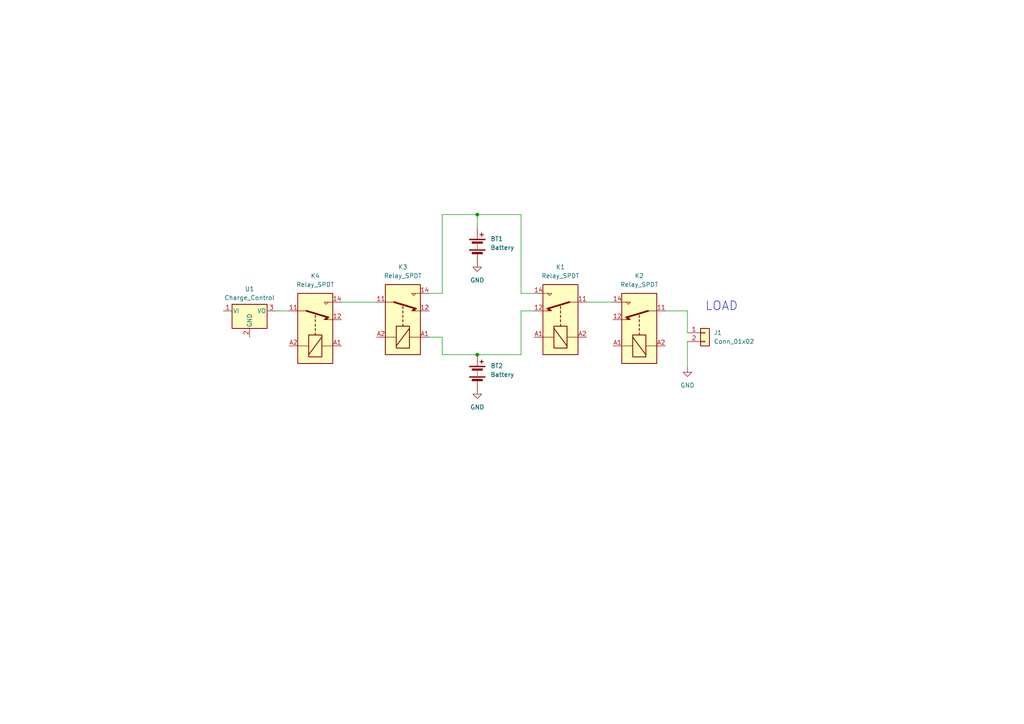
<source format=kicad_sch>
(kicad_sch (version 20231120) (generator "eeschema") (generator_version "8.0")
  (paper "A4")
  (lib_symbols
    (symbol "Connector_Generic:Conn_01x02" (pin_names (offset 1.016) hide)
      (property "Reference" "J" (at 0 2.54 0))
      (property "Value" "Conn_01x02" (at 0 -5.08 0))
      (symbol "Conn_01x02_1_1"
        (rectangle (start -1.27 -2.413) (end 0 -2.667) (stroke (width 0.1524)))
        (rectangle (start -1.27 0.127) (end 0 -0.127) (stroke (width 0.1524)))
        (rectangle (start -1.27 1.27) (end 1.27 -3.81) (stroke (width 0.254)) (fill (type background)))
        (pin passive line (at -5.08 0 0) (length 3.81) (name "Pin_1") (number "1"))
        (pin passive line (at -5.08 -2.54 0) (length 3.81) (name "Pin_2") (number "2"))
      )
    )
    (symbol "Device:Battery" (pin_numbers hide) (pin_names (offset 0) hide)
      (property "Reference" "BT" (at 2.54 2.54 0))
      (property "Value" "Battery" (at 2.54 0 0))
      (symbol "Battery_0_1"
        (rectangle (start -2.286 -1.27) (end 2.286 -1.524) (fill (type outline)))
        (rectangle (start -2.286 1.778) (end 2.286 1.524) (fill (type outline)))
        (rectangle (start -1.524 -2.032) (end 1.524 -2.54) (fill (type outline)))
        (rectangle (start -1.524 1.016) (end 1.524 0.508) (fill (type outline)))
        (polyline (pts (xy 0 -1.016) (xy 0 -0.762)))
        (polyline (pts (xy 0 -0.508) (xy 0 -0.254)))
        (polyline (pts (xy 0 0) (xy 0 0.254)))
        (polyline (pts (xy 0 1.778) (xy 0 2.54)))
        (polyline (pts (xy 0.762 3.048) (xy 1.778 3.048)) (stroke (width 0.254)))
        (polyline (pts (xy 1.27 3.556) (xy 1.27 2.54)) (stroke (width 0.254)))
      )
      (symbol "Battery_1_1"
        (pin passive line (at 0 5.08 270) (length 2.54) (name "+") (number "1"))
        (pin passive line (at 0 -5.08 90) (length 2.54) (name "-") (number "2"))
      )
    )
    (symbol "Regulator_Linear:LM7805_TO220" (pin_names (offset 0.254))
      (property "Reference" "U" (at -3.81 3.175 0))
      (property "Value" "LM7805_TO220" (at 0 3.175 0))
      (symbol "LM7805_TO220_0_1"
        (rectangle (start -5.08 1.905) (end 5.08 -5.08) (stroke (width 0.254)) (fill (type background)))
      )
      (symbol "LM7805_TO220_1_1"
        (pin power_in line (at -7.62 0 0) (length 2.54) (name "VI") (number "1"))
        (pin power_in line (at 0 -7.62 90) (length 2.54) (name "GND") (number "2"))
        (pin power_out line (at 7.62 0 180) (length 2.54) (name "VO") (number "3"))
      )
    )
    (symbol "Relay:Relay_SPDT"
      (property "Reference" "K" (at 11.43 3.81 0))
      (property "Value" "Relay_SPDT" (at 11.43 1.27 0))
      (symbol "Relay_SPDT_0_0"
        (polyline (pts (xy 7.62 5.08) (xy 7.62 2.54) (xy 6.985 3.175) (xy 7.62 3.81)))
      )
      (symbol "Relay_SPDT_0_1"
        (rectangle (start -10.16 5.08) (end 10.16 -5.08) (stroke (width 0.254)) (fill (type background)))
        (rectangle (start -8.255 1.905) (end -1.905 -1.905) (stroke (width 0.254)))
        (polyline (pts (xy -7.62 -1.905) (xy -2.54 1.905)) (stroke (width 0.254)))
        (polyline (pts (xy -5.08 -5.08) (xy -5.08 -1.905)))
        (polyline (pts (xy -5.08 5.08) (xy -5.08 1.905)))
        (polyline (pts (xy -1.905 0) (xy -1.27 0)) (stroke (width 0.254)))
        (polyline (pts (xy -0.635 0) (xy 0 0)) (stroke (width 0.254)))
        (polyline (pts (xy 0.635 0) (xy 1.27 0)) (stroke (width 0.254)))
        (polyline (pts (xy 1.905 0) (xy 2.54 0)) (stroke (width 0.254)))
        (polyline (pts (xy 3.175 0) (xy 3.81 0)) (stroke (width 0.254)))
        (polyline (pts (xy 5.08 -2.54) (xy 3.175 3.81)) (stroke (width 0.508)))
        (polyline (pts (xy 5.08 -2.54) (xy 5.08 -5.08)))
        (polyline (pts (xy 2.54 5.08) (xy 2.54 2.54) (xy 3.175 3.175) (xy 2.54 3.81)) (fill (type outline)))
      )
      (symbol "Relay_SPDT_1_1"
        (pin passive line (at 5.08 -7.62 90) (length 2.54) (name "~") (number "11"))
        (pin passive line (at 2.54 7.62 270) (length 2.54) (name "~") (number "12"))
        (pin passive line (at 7.62 7.62 270) (length 2.54) (name "~") (number "14"))
        (pin passive line (at -5.08 7.62 270) (length 2.54) (name "~") (number "A1"))
        (pin passive line (at -5.08 -7.62 90) (length 2.54) (name "~") (number "A2"))
      )
    )
    (symbol "power:GND" (power) (pin_numbers hide) (pin_names (offset 0) hide)
      (property "Value" "GND" (at 0 -3.81 0))
      (symbol "GND_0_1"
        (polyline (pts (xy 0 0) (xy 0 -1.27) (xy 1.27 -1.27) (xy 0 -2.54) (xy -1.27 -1.27) (xy 0 -1.27)))
      )
      (symbol "GND_1_1"
        (pin power_in line (at 0 0 270) (length 0) (name "~") (number "1"))
      )
    )
  )
  (junction (at 138.43 102.87))
  (junction (at 138.43 62.23))
  (wire (pts (xy 99.06 87.63) (xy 109.22 87.63)))
  (wire (pts (xy 193.04 90.17) (xy 199.39 90.17)))
  (wire (pts (xy 199.39 90.17) (xy 199.39 96.52)))
  (wire (pts (xy 124.46 97.79) (xy 128.27 97.79)))
  (wire (pts (xy 128.27 62.23) (xy 138.43 62.23)))
  (wire (pts (xy 128.27 85.09) (xy 124.46 85.09)))
  (wire (pts (xy 138.43 66.04) (xy 138.43 62.23)))
  (wire (pts (xy 199.39 99.06) (xy 199.39 106.68)))
  (wire (pts (xy 138.43 62.23) (xy 151.13 62.23)))
  (wire (pts (xy 151.13 90.17) (xy 154.94 90.17)))
  (wire (pts (xy 128.27 102.87) (xy 138.43 102.87)))
  (wire (pts (xy 128.27 97.79) (xy 128.27 102.87)))
  (wire (pts (xy 170.18 87.63) (xy 177.8 87.63)))
  (wire (pts (xy 138.43 102.87) (xy 151.13 102.87)))
  (wire (pts (xy 80.01 90.17) (xy 83.82 90.17)))
  (wire (pts (xy 128.27 85.09) (xy 128.27 62.23)))
  (wire (pts (xy 151.13 102.87) (xy 151.13 90.17)))
  (wire (pts (xy 151.13 62.23) (xy 151.13 85.09)))
  (wire (pts (xy 151.13 85.09) (xy 154.94 85.09)))
  (text "LOAD" (at 209.296 88.9 0) (effects (font (size 2.54 2.54))))
  (symbol (lib_id "Device:Battery") (at 138.43 107.95 0) (unit 1)
    (property "Reference" "BT2" (at 142.24 106.1084 0) (effects (justify left)))
    (property "Value" "Battery" (at 142.24 108.6484 0) (effects (justify left)))
    (property "Description" "Multiple-cell battery" (effects (hide yes)))
  )
  (symbol (lib_id "power:GND") (at 199.39 106.68 0) (unit 1)
    (property "Reference" "#PWR03" (effects (hide yes)))
    (property "Value" "GND" (at 199.39 111.76 0))
    (property "Description" "Power symbol creates a global label with name \"GND\" , ground" (effects (hide yes)))
  )
  (symbol (lib_id "Device:Battery") (at 138.43 71.12 0) (unit 1)
    (property "Reference" "BT1" (at 142.24 69.2784 0) (effects (justify left)))
    (property "Value" "Battery" (at 142.24 71.8184 0) (effects (justify left)))
    (property "Description" "Multiple-cell battery" (effects (hide yes)))
  )
  (symbol (lib_id "Relay:Relay_SPDT") (at 185.42 95.25 90) (unit 1)
    (property "Reference" "K2" (at 185.42 80.01 90))
    (property "Value" "Relay_SPDT" (at 185.42 82.55 90))
    (property "Description" "Monostable Relay SPDT, EN50005" (effects (hide yes)))
  )
  (symbol (lib_id "Regulator_Linear:LM7805_TO220") (at 72.39 90.17 0) (unit 1)
    (property "Reference" "U1" (at 72.39 83.82 0))
    (property "Value" "Charge_Control" (at 72.39 86.36 0))
    (property "Footprint" "Package_TO_SOT_THT:TO-220-3_Vertical" (effects (hide yes)))
    (property "Datasheet" "https://www.onsemi.cn/PowerSolutions/document/MC7800-D.PDF" (effects (hide yes)))
    (property "Description" "Positive 1A 35V Linear Regulator, Fixed Output 5V, TO-220" (effects (hide yes)))
  )
  (symbol (lib_id "Relay:Relay_SPDT") (at 91.44 95.25 270) (mirror x) (unit 1)
    (property "Reference" "K4" (at 91.44 80.01 90))
    (property "Value" "Relay_SPDT" (at 91.44 82.55 90))
    (property "Description" "Monostable Relay SPDT, EN50005" (effects (hide yes)))
  )
  (symbol (lib_id "Connector_Generic:Conn_01x02") (at 204.47 96.52 0) (unit 1)
    (property "Reference" "J1" (at 207.01 96.5199 0) (effects (justify left)))
    (property "Value" "Conn_01x02" (at 207.01 99.0599 0) (effects (justify left)))
    (property "Description" "Generic connector, single row, 01x02, script generated (kicad-library-utils/schlib/autogen/connector/)" (effects (hide yes)))
  )
  (symbol (lib_id "Relay:Relay_SPDT") (at 162.56 92.71 90) (unit 1)
    (property "Reference" "K1" (at 162.56 77.47 90))
    (property "Value" "Relay_SPDT" (at 162.56 80.01 90))
    (property "Description" "Monostable Relay SPDT, EN50005" (effects (hide yes)))
  )
  (symbol (lib_id "power:GND") (at 138.43 113.03 0) (unit 1)
    (property "Reference" "#PWR02" (effects (hide yes)))
    (property "Value" "GND" (at 138.43 118.11 0))
    (property "Description" "Power symbol creates a global label with name \"GND\" , ground" (effects (hide yes)))
  )
  (symbol (lib_id "Relay:Relay_SPDT") (at 116.84 92.71 270) (mirror x) (unit 1)
    (property "Reference" "K3" (at 116.84 77.47 90))
    (property "Value" "Relay_SPDT" (at 116.84 80.01 90))
    (property "Description" "Monostable Relay SPDT, EN50005" (effects (hide yes)))
  )
  (symbol (lib_id "power:GND") (at 138.43 76.2 0) (unit 1)
    (property "Reference" "#PWR01" (effects (hide yes)))
    (property "Value" "GND" (at 138.43 81.28 0))
    (property "Description" "Power symbol creates a global label with name \"GND\" , ground" (effects (hide yes)))
  )
)
</source>
